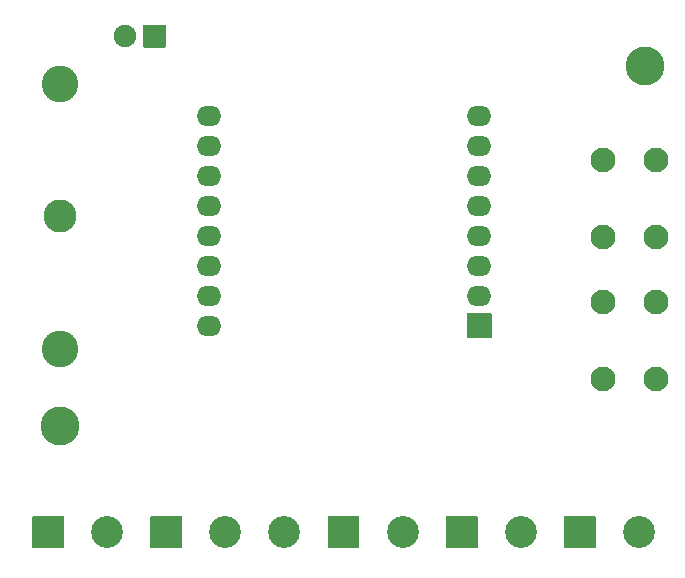
<source format=gts>
G04 #@! TF.GenerationSoftware,KiCad,Pcbnew,(5.1.9)-1*
G04 #@! TF.CreationDate,2023-02-11T17:38:39+01:00*
G04 #@! TF.ProjectId,opticalshow_0,6f707469-6361-46c7-9368-6f775f302e6b,rev?*
G04 #@! TF.SameCoordinates,Original*
G04 #@! TF.FileFunction,Soldermask,Top*
G04 #@! TF.FilePolarity,Negative*
%FSLAX46Y46*%
G04 Gerber Fmt 4.6, Leading zero omitted, Abs format (unit mm)*
G04 Created by KiCad (PCBNEW (5.1.9)-1) date 2023-02-11 17:38:39*
%MOMM*%
%LPD*%
G01*
G04 APERTURE LIST*
%ADD10C,2.700000*%
%ADD11C,2.800000*%
%ADD12C,3.100000*%
%ADD13O,2.100000X1.700000*%
%ADD14C,2.100000*%
%ADD15C,3.300000*%
%ADD16O,1.900000X1.900000*%
G04 APERTURE END LIST*
D10*
X156500000Y-115000000D03*
G36*
G01*
X150150000Y-116300000D02*
X150150000Y-113700000D01*
G75*
G02*
X150200000Y-113650000I50000J0D01*
G01*
X152800000Y-113650000D01*
G75*
G02*
X152850000Y-113700000I0J-50000D01*
G01*
X152850000Y-116300000D01*
G75*
G02*
X152800000Y-116350000I-50000J0D01*
G01*
X150200000Y-116350000D01*
G75*
G02*
X150150000Y-116300000I0J50000D01*
G01*
G37*
D11*
X127500000Y-88250000D03*
D12*
X127500000Y-99500000D03*
X127500000Y-77000000D03*
D13*
X140140000Y-97500000D03*
X140140000Y-94960000D03*
X140140000Y-92420000D03*
X140140000Y-89880000D03*
X140140000Y-87340000D03*
X140140000Y-84800000D03*
X140140000Y-82260000D03*
X140140000Y-79720000D03*
X163000000Y-79720000D03*
X163000000Y-82260000D03*
X163000000Y-84800000D03*
X163000000Y-87340000D03*
X163000000Y-89880000D03*
X163000000Y-92420000D03*
G36*
G01*
X164050000Y-96500000D02*
X164050000Y-98500000D01*
G75*
G02*
X164000000Y-98550000I-50000J0D01*
G01*
X162000000Y-98550000D01*
G75*
G02*
X161950000Y-98500000I0J50000D01*
G01*
X161950000Y-96500000D01*
G75*
G02*
X162000000Y-96450000I50000J0D01*
G01*
X164000000Y-96450000D01*
G75*
G02*
X164050000Y-96500000I0J-50000D01*
G01*
G37*
X163000000Y-94960000D03*
D14*
X173500000Y-95500000D03*
X178000000Y-95500000D03*
X173500000Y-102000000D03*
X178000000Y-102000000D03*
D10*
X176500000Y-115000000D03*
G36*
G01*
X170150000Y-116300000D02*
X170150000Y-113700000D01*
G75*
G02*
X170200000Y-113650000I50000J0D01*
G01*
X172800000Y-113650000D01*
G75*
G02*
X172850000Y-113700000I0J-50000D01*
G01*
X172850000Y-116300000D01*
G75*
G02*
X172800000Y-116350000I-50000J0D01*
G01*
X170200000Y-116350000D01*
G75*
G02*
X170150000Y-116300000I0J50000D01*
G01*
G37*
X166500000Y-115000000D03*
G36*
G01*
X160150000Y-116300000D02*
X160150000Y-113700000D01*
G75*
G02*
X160200000Y-113650000I50000J0D01*
G01*
X162800000Y-113650000D01*
G75*
G02*
X162850000Y-113700000I0J-50000D01*
G01*
X162850000Y-116300000D01*
G75*
G02*
X162800000Y-116350000I-50000J0D01*
G01*
X160200000Y-116350000D01*
G75*
G02*
X160150000Y-116300000I0J50000D01*
G01*
G37*
X146500000Y-115000000D03*
X141500000Y-115000000D03*
G36*
G01*
X135150000Y-116300000D02*
X135150000Y-113700000D01*
G75*
G02*
X135200000Y-113650000I50000J0D01*
G01*
X137800000Y-113650000D01*
G75*
G02*
X137850000Y-113700000I0J-50000D01*
G01*
X137850000Y-116300000D01*
G75*
G02*
X137800000Y-116350000I-50000J0D01*
G01*
X135200000Y-116350000D01*
G75*
G02*
X135150000Y-116300000I0J50000D01*
G01*
G37*
X131500000Y-115000000D03*
G36*
G01*
X125150000Y-116300000D02*
X125150000Y-113700000D01*
G75*
G02*
X125200000Y-113650000I50000J0D01*
G01*
X127800000Y-113650000D01*
G75*
G02*
X127850000Y-113700000I0J-50000D01*
G01*
X127850000Y-116300000D01*
G75*
G02*
X127800000Y-116350000I-50000J0D01*
G01*
X125200000Y-116350000D01*
G75*
G02*
X125150000Y-116300000I0J50000D01*
G01*
G37*
D14*
X173500000Y-83500000D03*
X178000000Y-83500000D03*
X173500000Y-90000000D03*
X178000000Y-90000000D03*
D15*
X127500000Y-106000000D03*
X177000000Y-75500000D03*
D16*
X132960000Y-73000000D03*
G36*
G01*
X136450000Y-72100000D02*
X136450000Y-73900000D01*
G75*
G02*
X136400000Y-73950000I-50000J0D01*
G01*
X134600000Y-73950000D01*
G75*
G02*
X134550000Y-73900000I0J50000D01*
G01*
X134550000Y-72100000D01*
G75*
G02*
X134600000Y-72050000I50000J0D01*
G01*
X136400000Y-72050000D01*
G75*
G02*
X136450000Y-72100000I0J-50000D01*
G01*
G37*
M02*

</source>
